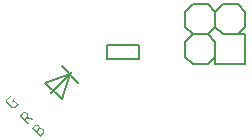
<source format=gto>
G04*
G04 #@! TF.GenerationSoftware,Altium Limited,Altium Designer,18.1.7 (191)*
G04*
G04 Layer_Color=65535*
%FSLAX44Y44*%
%MOMM*%
G71*
G01*
G75*
%ADD10C,0.2000*%
G36*
X99350Y123447D02*
X99612Y123395D01*
X99913Y123303D01*
X100214Y123159D01*
X100528Y122976D01*
X100843Y122714D01*
X100856Y122701D01*
X100882Y122675D01*
X100934Y122622D01*
X100974Y122557D01*
X101039Y122465D01*
X101118Y122360D01*
X101262Y122112D01*
X101419Y121797D01*
X101537Y121444D01*
X101589Y121234D01*
X101615Y121025D01*
Y120789D01*
X101602Y120567D01*
X101628D01*
X101681Y120593D01*
X101772Y120606D01*
X101890Y120619D01*
X102034Y120632D01*
X102205Y120645D01*
X102401Y120632D01*
X102610D01*
X102846Y120606D01*
X103069Y120567D01*
X103317Y120501D01*
X103566Y120410D01*
X103828Y120279D01*
X104090Y120148D01*
X104326Y119964D01*
X104574Y119742D01*
X104587Y119729D01*
X104614Y119703D01*
X104666Y119650D01*
X104718Y119572D01*
X104784Y119480D01*
X104862Y119375D01*
X105046Y119113D01*
X105216Y118786D01*
X105360Y118406D01*
X105412Y118197D01*
X105452Y117974D01*
X105478Y117739D01*
X105491Y117490D01*
Y117464D01*
Y117437D01*
X105478Y117372D01*
Y117267D01*
X105438Y117045D01*
X105360Y116730D01*
X105255Y116390D01*
X105085Y116010D01*
X104862Y115631D01*
X104718Y115460D01*
X104561Y115277D01*
X102636Y113352D01*
X102545Y113313D01*
X102453Y113274D01*
X102348Y113248D01*
X102218D01*
X102087Y113300D01*
X101956Y113405D01*
X95252Y120108D01*
X95239Y120121D01*
X95187Y120174D01*
X95160Y120252D01*
X95108Y120357D01*
X95082Y120462D01*
Y120593D01*
X95134Y120724D01*
X95239Y120855D01*
X97177Y122793D01*
X97242Y122832D01*
X97399Y122963D01*
X97622Y123107D01*
X97897Y123251D01*
X98224Y123369D01*
X98578Y123460D01*
X98970Y123486D01*
X99154D01*
X99350Y123447D01*
D02*
G37*
G36*
X88953Y134237D02*
X89071Y134224D01*
X89202Y134198D01*
X89503Y134132D01*
X89843Y134028D01*
X90223Y133857D01*
X90603Y133635D01*
X90786Y133478D01*
X90969Y133321D01*
X90983Y133308D01*
X91035Y133255D01*
X91100Y133163D01*
X91192Y133046D01*
X91310Y132902D01*
X91414Y132744D01*
X91519Y132535D01*
X91637Y132312D01*
X91742Y132077D01*
X91833Y131802D01*
X91899Y131527D01*
X91938Y131226D01*
Y130911D01*
X91899Y130584D01*
X91820Y130244D01*
X91703Y129890D01*
X95604Y128607D01*
X95631D01*
X95683Y128581D01*
X95748Y128541D01*
X95814Y128476D01*
X95840Y128450D01*
X95892Y128371D01*
X95932Y128253D01*
X95958Y128096D01*
X95945Y128057D01*
X95932Y127965D01*
X95892Y127848D01*
X95801Y127730D01*
X95761Y127690D01*
X95709Y127664D01*
X95644Y127625D01*
X95565Y127599D01*
X95486Y127573D01*
X95382D01*
X95277Y127599D01*
X91113Y128987D01*
X89490Y127363D01*
X92095Y124758D01*
X92108Y124745D01*
X92148Y124705D01*
X92200Y124627D01*
X92226Y124522D01*
X92253Y124417D01*
Y124286D01*
X92200Y124155D01*
X92082Y124011D01*
X92030Y123959D01*
X91938Y123920D01*
X91847Y123880D01*
X91742Y123854D01*
X91611D01*
X91480Y123906D01*
X91349Y124011D01*
X84645Y130715D01*
X84632Y130728D01*
X84580Y130780D01*
X84554Y130859D01*
X84501Y130964D01*
X84475Y131068D01*
Y131199D01*
X84528Y131330D01*
X84632Y131461D01*
X86583Y133412D01*
X86662Y133465D01*
X86740Y133543D01*
X86858Y133609D01*
X87120Y133792D01*
X87447Y133962D01*
X87827Y134106D01*
X88036Y134158D01*
X88246Y134211D01*
X88482Y134237D01*
X88730Y134250D01*
X88861D01*
X88953Y134237D01*
D02*
G37*
G36*
X76592Y147672D02*
X76736Y147554D01*
X76749Y147541D01*
X76788Y147502D01*
X76841Y147423D01*
X76867Y147318D01*
X76893Y147214D01*
Y147083D01*
X76841Y146952D01*
X76723Y146808D01*
X74418Y144503D01*
X74340Y144399D01*
X74261Y144268D01*
X74170Y144098D01*
X74104Y143901D01*
X74052Y143692D01*
X74026Y143456D01*
Y143430D01*
Y143351D01*
X74052Y143220D01*
X74091Y143076D01*
X74156Y142906D01*
X74235Y142723D01*
X74353Y142526D01*
X74510Y142343D01*
X78228Y138625D01*
X78255Y138598D01*
X78307Y138546D01*
X78412Y138468D01*
X78543Y138389D01*
X78713Y138297D01*
X78896Y138219D01*
X79106Y138166D01*
X79341Y138140D01*
X79367D01*
X79459Y138153D01*
X79577Y138166D01*
X79721Y138206D01*
X79891Y138271D01*
X80075Y138350D01*
X80271Y138468D01*
X80454Y138625D01*
X82313Y140484D01*
X79341Y143456D01*
X78543Y142657D01*
X78451Y142618D01*
X78359Y142579D01*
X78242Y142539D01*
X78124Y142552D01*
X77980Y142592D01*
X77849Y142697D01*
X77836Y142710D01*
X77783Y142762D01*
X77757Y142841D01*
X77705Y142945D01*
X77678Y143050D01*
Y143181D01*
X77731Y143312D01*
X77849Y143456D01*
X79027Y144634D01*
X79093Y144674D01*
X79210Y144713D01*
X79315Y144739D01*
X79446D01*
X79577Y144687D01*
X79721Y144569D01*
X83440Y140850D01*
X83453Y140837D01*
X83492Y140798D01*
X83544Y140719D01*
X83570Y140615D01*
X83597Y140510D01*
Y140379D01*
X83544Y140248D01*
X83426Y140104D01*
X81122Y137800D01*
X81057Y137760D01*
X80899Y137629D01*
X80677Y137486D01*
X80402Y137341D01*
X80101Y137224D01*
X79734Y137119D01*
X79341Y137093D01*
X79289D01*
X79158Y137119D01*
X78962Y137132D01*
X78713Y137197D01*
X78412Y137289D01*
X78098Y137420D01*
X77783Y137629D01*
X77482Y137878D01*
X73764Y141597D01*
X73751Y141610D01*
X73724Y141636D01*
X73685Y141675D01*
X73646Y141741D01*
X73515Y141898D01*
X73371Y142121D01*
X73227Y142395D01*
X73096Y142710D01*
X73004Y143063D01*
X72978Y143456D01*
Y143508D01*
X72991Y143652D01*
X73017Y143836D01*
X73070Y144098D01*
X73161Y144399D01*
X73305Y144700D01*
X73502Y145027D01*
X73751Y145328D01*
X76042Y147620D01*
X76107Y147659D01*
X76225Y147698D01*
X76330Y147724D01*
X76461D01*
X76592Y147672D01*
D02*
G37*
%LPC*%
G36*
X98983Y122426D02*
X98879D01*
X98748Y122400D01*
X98591Y122374D01*
X98407Y122321D01*
X98224Y122243D01*
X98028Y122125D01*
X97844Y121968D01*
X96365Y120488D01*
X98604Y118249D01*
X100162Y119807D01*
X100240Y119912D01*
X100319Y120043D01*
X100411Y120213D01*
X100476Y120410D01*
X100528Y120619D01*
X100555Y120855D01*
Y120881D01*
Y120960D01*
X100528Y121090D01*
X100502Y121248D01*
X100437Y121418D01*
X100358Y121601D01*
X100254Y121784D01*
X100096Y121968D01*
X100070Y121994D01*
X100018Y122046D01*
X99926Y122112D01*
X99782Y122203D01*
X99625Y122282D01*
X99429Y122347D01*
X99219Y122400D01*
X98983Y122426D01*
D02*
G37*
G36*
X102322Y119611D02*
X102296D01*
X102178Y119598D01*
X102021Y119572D01*
X101812Y119545D01*
X101576Y119467D01*
X101327Y119349D01*
X101078Y119205D01*
X100843Y118996D01*
X99350Y117503D01*
X102322Y114531D01*
X103841Y116049D01*
X103907Y116141D01*
X104011Y116272D01*
X104129Y116442D01*
X104234Y116652D01*
X104339Y116914D01*
X104417Y117176D01*
X104443Y117490D01*
X104430Y117529D01*
Y117634D01*
X104417Y117804D01*
X104365Y118013D01*
X104299Y118236D01*
X104195Y118498D01*
X104038Y118760D01*
X103828Y118996D01*
X103815Y119009D01*
X103802Y119022D01*
X103723Y119100D01*
X103579Y119192D01*
X103409Y119310D01*
X103187Y119428D01*
X102938Y119519D01*
X102636Y119585D01*
X102322Y119611D01*
D02*
G37*
G36*
X88743Y133190D02*
X88717D01*
X88600Y133176D01*
X88429Y133163D01*
X88233Y133124D01*
X87997Y133046D01*
X87735Y132941D01*
X87473Y132784D01*
X87238Y132574D01*
X85758Y131095D01*
X88743Y128109D01*
X90249Y129615D01*
X90315Y129707D01*
X90420Y129838D01*
X90537Y130008D01*
X90655Y130231D01*
X90747Y130479D01*
X90825Y130767D01*
X90851Y131082D01*
X90838Y131121D01*
Y131226D01*
X90812Y131383D01*
X90773Y131605D01*
X90708Y131828D01*
X90590Y132077D01*
X90433Y132338D01*
X90223Y132574D01*
X90210Y132587D01*
X90197Y132600D01*
X90118Y132679D01*
X89974Y132771D01*
X89804Y132888D01*
X89595Y132993D01*
X89333Y133098D01*
X89058Y133163D01*
X88743Y133190D01*
D02*
G37*
%LPD*%
D10*
X250000Y174600D02*
X275400D01*
X224600Y180950D02*
Y193650D01*
X256350Y200000D02*
X275400D01*
X250000Y174600D02*
Y193650D01*
X224600D02*
X230950Y200000D01*
X243650D02*
X250000Y193650D01*
X243650Y174600D02*
X250000Y180950D01*
X230950Y174600D02*
X243650D01*
X224600Y180950D02*
X230950Y174600D01*
X275400D02*
Y200000D01*
X224600Y180950D02*
Y193650D01*
X230950Y200000D02*
X243650D01*
X224600Y180950D02*
Y193650D01*
Y206350D02*
Y219050D01*
X256350Y225400D02*
X269050D01*
Y200000D02*
X275400Y206350D01*
X269050Y225400D02*
X275400Y219050D01*
X250000D02*
X256350Y225400D01*
X250000Y206350D02*
X256350Y200000D01*
X224600Y206350D02*
X230950Y200000D01*
X224600Y206350D02*
Y219050D01*
X230950Y225400D01*
X243650D02*
X250000Y219050D01*
Y206350D02*
Y219050D01*
X243650Y200000D02*
X250000Y206350D01*
X230950Y225400D02*
X243650D01*
X275400Y206350D02*
Y219050D01*
X158750Y178750D02*
X185250D01*
X158750Y191250D02*
X185250D01*
Y178750D02*
Y191250D01*
X158750Y178750D02*
Y191250D01*
X120000Y173142D02*
X134142Y159000D01*
X105858D02*
X120000Y144858D01*
X111161Y150161D02*
X128839Y167839D01*
X105858Y159000D02*
X127071Y166071D01*
X120000Y144858D02*
X127071Y166071D01*
M02*

</source>
